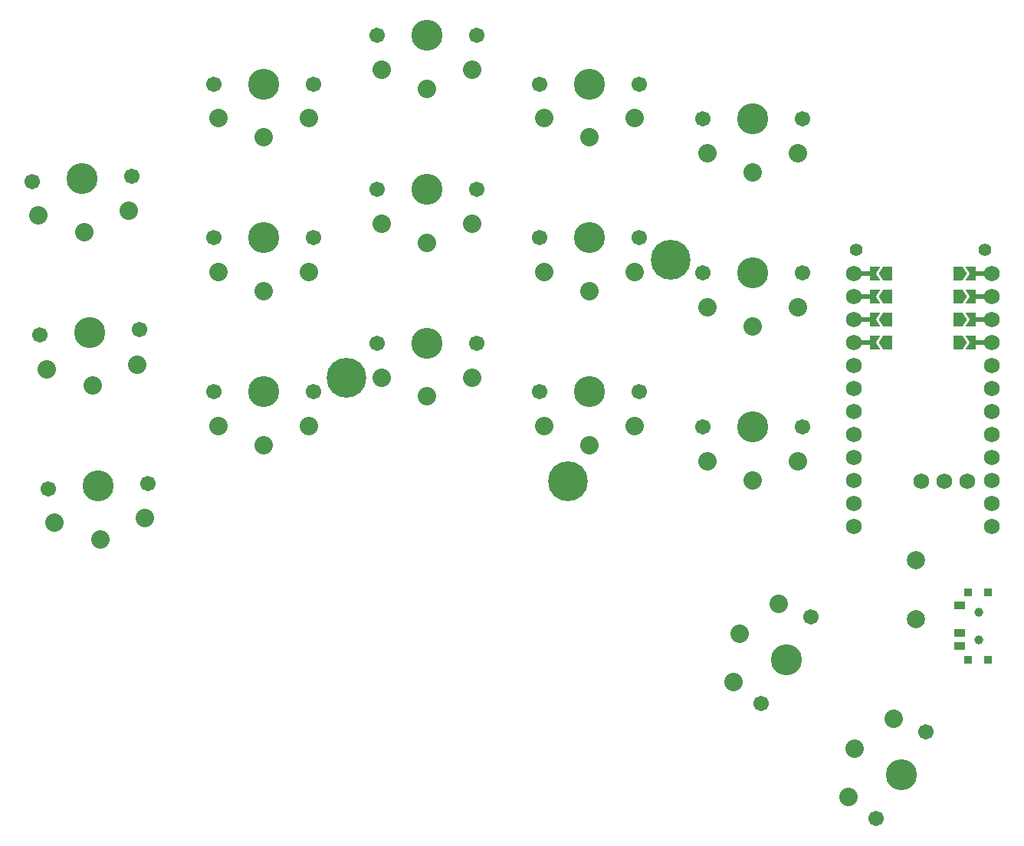
<source format=gbr>
%TF.GenerationSoftware,KiCad,Pcbnew,9.0.6*%
%TF.CreationDate,2025-12-28T20:57:02+00:00*%
%TF.ProjectId,demeter,64656d65-7465-4722-9e6b-696361645f70,rev?*%
%TF.SameCoordinates,Original*%
%TF.FileFunction,Soldermask,Bot*%
%TF.FilePolarity,Negative*%
%FSLAX46Y46*%
G04 Gerber Fmt 4.6, Leading zero omitted, Abs format (unit mm)*
G04 Created by KiCad (PCBNEW 9.0.6) date 2025-12-28 20:57:02*
%MOMM*%
%LPD*%
G01*
G04 APERTURE LIST*
G04 Aperture macros list*
%AMFreePoly0*
4,1,6,0.500000,-0.750000,-0.650000,-0.750000,-0.150000,0.000000,-0.650000,0.750000,0.500000,0.750000,0.500000,-0.750000,0.500000,-0.750000,$1*%
%AMFreePoly1*
4,1,6,0.150000,0.000000,0.650000,-0.750000,-0.500000,-0.750000,-0.500000,0.750000,0.650000,0.750000,0.150000,0.000000,0.150000,0.000000,$1*%
%AMFreePoly2*
4,1,6,1.000000,0.000000,0.500000,-0.750000,-0.500000,-0.750000,-0.500000,0.750000,0.500000,0.750000,1.000000,0.000000,1.000000,0.000000,$1*%
%AMFreePoly3*
4,1,6,0.500000,-0.750000,-0.500000,-0.750000,-1.000000,0.000000,-0.500000,0.750000,0.500000,0.750000,0.500000,-0.750000,0.500000,-0.750000,$1*%
G04 Aperture macros list end*
%ADD10C,1.397000*%
%ADD11C,1.701800*%
%ADD12C,3.429000*%
%ADD13C,2.032000*%
%ADD14C,1.000000*%
%ADD15C,1.752600*%
%ADD16R,1.524000X0.500000*%
%ADD17FreePoly0,180.000000*%
%ADD18FreePoly1,180.000000*%
%ADD19FreePoly2,180.000000*%
%ADD20FreePoly3,180.000000*%
%ADD21C,4.400000*%
%ADD22C,2.000000*%
%ADD23R,0.900000X0.900000*%
%ADD24R,1.250000X0.900000*%
G04 APERTURE END LIST*
D10*
%TO.C,Bat+1*%
X183571918Y-77344000D03*
X183571918Y-77344000D03*
%TD*%
%TO.C,BatGND1*%
X169347918Y-77344000D03*
X169347918Y-77344000D03*
%TD*%
D11*
%TO.C,SW2*%
X78332099Y-69784674D03*
D12*
X83824561Y-69496826D03*
D11*
X89317023Y-69208978D03*
D13*
X84133343Y-75388740D03*
X79030290Y-73553298D03*
X89016585Y-73029938D03*
%TD*%
D11*
%TO.C,SW3*%
X98410000Y-59020000D03*
D12*
X103910000Y-59020000D03*
D11*
X109410000Y-59020000D03*
D13*
X103910000Y-64920000D03*
X98910000Y-62820000D03*
X108910000Y-62820000D03*
%TD*%
D11*
%TO.C,SW4*%
X116410000Y-53660000D03*
D12*
X121910000Y-53660000D03*
D11*
X127410000Y-53660000D03*
D13*
X121910000Y-59560000D03*
X116910000Y-57460000D03*
X126910000Y-57460000D03*
%TD*%
D11*
%TO.C,SW5*%
X134410000Y-59020000D03*
D12*
X139910000Y-59020000D03*
D11*
X145410000Y-59020000D03*
D13*
X139910000Y-64920000D03*
X134910000Y-62820000D03*
X144910000Y-62820000D03*
%TD*%
D11*
%TO.C,SW6*%
X152410000Y-62900000D03*
D12*
X157910000Y-62900000D03*
D11*
X163410000Y-62900000D03*
D13*
X157910000Y-68800000D03*
X152910000Y-66700000D03*
X162910000Y-66700000D03*
%TD*%
D11*
%TO.C,SW8*%
X79221809Y-86761376D03*
D12*
X84714271Y-86473528D03*
D11*
X90206733Y-86185680D03*
D13*
X85023053Y-92365442D03*
X79920000Y-90530000D03*
X89906295Y-90006640D03*
%TD*%
D11*
%TO.C,SW9*%
X98410000Y-76020000D03*
D12*
X103910000Y-76020000D03*
D11*
X109410000Y-76020000D03*
D13*
X103910000Y-81920000D03*
X98910000Y-79820000D03*
X108910000Y-79820000D03*
%TD*%
D11*
%TO.C,SW10*%
X116410000Y-70660000D03*
D12*
X121910000Y-70660000D03*
D11*
X127410000Y-70660000D03*
D13*
X121910000Y-76560000D03*
X116910000Y-74460000D03*
X126910000Y-74460000D03*
%TD*%
D11*
%TO.C,SW11*%
X134410000Y-76020000D03*
D12*
X139910000Y-76020000D03*
D11*
X145410000Y-76020000D03*
D13*
X139910000Y-81920000D03*
X134910000Y-79820000D03*
X144910000Y-79820000D03*
%TD*%
D11*
%TO.C,SW12*%
X152410000Y-79900000D03*
D12*
X157910000Y-79900000D03*
D11*
X163410000Y-79900000D03*
D13*
X157910000Y-85800000D03*
X152910000Y-83700000D03*
X162910000Y-83700000D03*
%TD*%
D11*
%TO.C,SW14*%
X80111521Y-103738078D03*
D12*
X85603983Y-103450230D03*
D11*
X91096445Y-103162382D03*
D13*
X85912765Y-109342144D03*
X80809712Y-107506702D03*
X90796007Y-106983342D03*
%TD*%
D11*
%TO.C,SW15*%
X98410000Y-93020000D03*
D12*
X103910000Y-93020000D03*
D11*
X109410000Y-93020000D03*
D13*
X103910000Y-98920000D03*
X98910000Y-96820000D03*
X108910000Y-96820000D03*
%TD*%
D11*
%TO.C,SW16*%
X116410000Y-87660000D03*
D12*
X121910000Y-87660000D03*
D11*
X127410000Y-87660000D03*
D13*
X121910000Y-93560000D03*
X116910000Y-91460000D03*
X126910000Y-91460000D03*
%TD*%
D11*
%TO.C,SW17*%
X134410000Y-93020000D03*
D12*
X139910000Y-93020000D03*
D11*
X145410000Y-93020000D03*
D13*
X139910000Y-98920000D03*
X134910000Y-96820000D03*
X144910000Y-96820000D03*
%TD*%
D11*
%TO.C,SW18*%
X152410000Y-96900000D03*
D12*
X157910000Y-96900000D03*
D11*
X163410000Y-96900000D03*
D13*
X157910000Y-102800000D03*
X152910000Y-100700000D03*
X162910000Y-100700000D03*
%TD*%
D11*
%TO.C,SW20*%
X164374075Y-117914752D03*
D12*
X161624075Y-122677892D03*
D11*
X158874075Y-127441032D03*
D13*
X156514525Y-119727892D03*
X160833178Y-116447765D03*
X155833178Y-125108019D03*
%TD*%
D11*
%TO.C,SW21*%
X177074075Y-130614752D03*
D12*
X174324075Y-135377892D03*
D11*
X171574075Y-140141032D03*
D13*
X169214525Y-132427892D03*
X173533178Y-129147765D03*
X168533178Y-137808019D03*
%TD*%
D14*
%TO.C,SW_POWER1*%
X182880000Y-117416037D03*
X182880000Y-120416037D03*
%TD*%
D15*
%TO.C,U1*%
X169095918Y-80008000D03*
X169095918Y-82548000D03*
X169095918Y-85088000D03*
X169095918Y-87628000D03*
D16*
X170440918Y-80008000D03*
X170440918Y-82548000D03*
X170440918Y-85088000D03*
X170485918Y-87578000D03*
D17*
X171365918Y-80008000D03*
X171365918Y-82548000D03*
X171365918Y-85088000D03*
X171410918Y-87578000D03*
D18*
X182040918Y-80008000D03*
X182040918Y-82548000D03*
X182040918Y-85088000D03*
X182085918Y-87578000D03*
D16*
X182990918Y-80008000D03*
X182990918Y-82548000D03*
X182990918Y-85088000D03*
X183035918Y-87578000D03*
D15*
X184335918Y-80008000D03*
X184335918Y-82548000D03*
X184335918Y-85088000D03*
X184335918Y-87628000D03*
D19*
X172815918Y-80008000D03*
X172815918Y-82548000D03*
X172815918Y-85088000D03*
X172860918Y-87578000D03*
D15*
X184335918Y-90168000D03*
X184335918Y-92708000D03*
X184335918Y-95248000D03*
X184335918Y-97788000D03*
X184335918Y-100328000D03*
X184335918Y-102868000D03*
X184335918Y-105408000D03*
X184335918Y-107948000D03*
X169095918Y-107948000D03*
X169095918Y-105408000D03*
X169095918Y-102868000D03*
X169095918Y-100328000D03*
X169095918Y-97788000D03*
X169095918Y-95248000D03*
X169095918Y-92708000D03*
X169095918Y-90168000D03*
D20*
X180635918Y-87578000D03*
X180590918Y-85088000D03*
X180590918Y-82548000D03*
X180590918Y-80008000D03*
D15*
X176515918Y-102918000D03*
X179055918Y-102918000D03*
X181595918Y-102918000D03*
%TD*%
D21*
%TO.C,REF\u002A\u002A*%
X113098855Y-91515485D03*
X137515485Y-102901145D03*
X148901145Y-78484515D03*
%TD*%
D22*
%TO.C,RSW1*%
X175925000Y-111640000D03*
X175925000Y-118140000D03*
%TD*%
D23*
%TO.C,SW2*%
X181757195Y-122612129D03*
X183957195Y-122612129D03*
X181757195Y-115212129D03*
X183957195Y-115212129D03*
D24*
X180782195Y-116662129D03*
X180782195Y-119662129D03*
X180782195Y-121162129D03*
%TD*%
M02*

</source>
